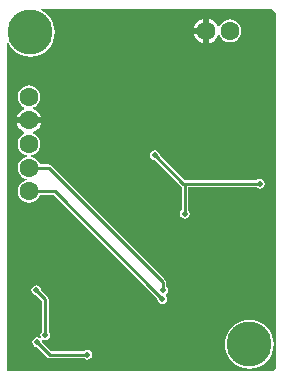
<source format=gbl>
G04 Layer_Physical_Order=2*
G04 Layer_Color=16711680*
%FSAX25Y25*%
%MOIN*%
G70*
G01*
G75*
%ADD25C,0.01000*%
%ADD26C,0.06300*%
%ADD27C,0.15000*%
%ADD28C,0.02000*%
G36*
X0419878Y0376535D02*
Y0257965D01*
X0419035Y0257121D01*
X0330465D01*
X0330121Y0257465D01*
Y0366496D01*
X0330622Y0366621D01*
X0331233Y0365478D01*
X0332245Y0364245D01*
X0333478Y0363232D01*
X0334885Y0362480D01*
X0336412Y0362017D01*
X0338000Y0361861D01*
X0339588Y0362017D01*
X0341115Y0362480D01*
X0342522Y0363232D01*
X0343755Y0364245D01*
X0344767Y0365478D01*
X0345520Y0366885D01*
X0345983Y0368412D01*
X0346139Y0370000D01*
X0345983Y0371588D01*
X0345520Y0373115D01*
X0344767Y0374522D01*
X0343755Y0375755D01*
X0342522Y0376767D01*
X0341379Y0377379D01*
X0341504Y0377878D01*
X0418535D01*
X0419878Y0376535D01*
D02*
G37*
%LPC*%
G36*
X0379500Y0330631D02*
X0378876Y0330507D01*
X0378346Y0330153D01*
X0377993Y0329624D01*
X0377869Y0329000D01*
X0377993Y0328376D01*
X0378346Y0327847D01*
X0378876Y0327493D01*
X0379500Y0327369D01*
X0379538Y0327376D01*
X0388207Y0318707D01*
X0388207Y0318707D01*
X0388379Y0318592D01*
Y0310675D01*
X0388347Y0310653D01*
X0387993Y0310124D01*
X0387869Y0309500D01*
X0387993Y0308876D01*
X0388347Y0308347D01*
X0388876Y0307993D01*
X0389500Y0307869D01*
X0390124Y0307993D01*
X0390653Y0308347D01*
X0391007Y0308876D01*
X0391131Y0309500D01*
X0391007Y0310124D01*
X0390653Y0310653D01*
X0390621Y0310675D01*
Y0318378D01*
X0413325D01*
X0413346Y0318347D01*
X0413876Y0317993D01*
X0414500Y0317869D01*
X0415124Y0317993D01*
X0415654Y0318347D01*
X0416007Y0318876D01*
X0416131Y0319500D01*
X0416007Y0320124D01*
X0415654Y0320654D01*
X0415124Y0321007D01*
X0414500Y0321131D01*
X0413876Y0321007D01*
X0413346Y0320654D01*
X0413325Y0320621D01*
X0389465D01*
X0381124Y0328962D01*
X0381131Y0329000D01*
X0381007Y0329624D01*
X0380654Y0330153D01*
X0380124Y0330507D01*
X0379500Y0330631D01*
D02*
G37*
G36*
X0341554Y0339626D02*
X0337500D01*
X0333446D01*
X0333457Y0339543D01*
X0333875Y0338533D01*
X0334540Y0337666D01*
X0335407Y0337001D01*
X0336030Y0336743D01*
Y0336202D01*
X0335609Y0336028D01*
X0334825Y0335426D01*
X0334224Y0334643D01*
X0333846Y0333731D01*
X0333718Y0332752D01*
X0333846Y0331773D01*
X0334224Y0330861D01*
X0334825Y0330078D01*
X0335609Y0329476D01*
X0336521Y0329099D01*
X0336858Y0329054D01*
Y0328550D01*
X0336521Y0328505D01*
X0335609Y0328128D01*
X0334825Y0327526D01*
X0334224Y0326743D01*
X0333846Y0325831D01*
X0333718Y0324852D01*
X0333846Y0323873D01*
X0334224Y0322961D01*
X0334825Y0322178D01*
X0335609Y0321576D01*
X0336521Y0321199D01*
X0336858Y0321154D01*
Y0320650D01*
X0336521Y0320605D01*
X0335609Y0320228D01*
X0334825Y0319626D01*
X0334224Y0318843D01*
X0333846Y0317931D01*
X0333718Y0316952D01*
X0333846Y0315973D01*
X0334224Y0315061D01*
X0334825Y0314278D01*
X0335609Y0313676D01*
X0336521Y0313299D01*
X0337500Y0313170D01*
X0338479Y0313299D01*
X0339391Y0313676D01*
X0340175Y0314278D01*
X0340776Y0315061D01*
X0341094Y0315830D01*
X0345816D01*
X0380415Y0281231D01*
X0380369Y0281000D01*
X0380493Y0280376D01*
X0380847Y0279847D01*
X0381376Y0279493D01*
X0382000Y0279369D01*
X0382624Y0279493D01*
X0383154Y0279847D01*
X0383507Y0280376D01*
X0383631Y0281000D01*
X0383507Y0281624D01*
X0383154Y0282154D01*
X0383186Y0282733D01*
X0383355Y0282846D01*
X0383709Y0283376D01*
X0383833Y0284000D01*
X0383709Y0284624D01*
X0383355Y0285154D01*
X0383324Y0285175D01*
Y0286798D01*
X0383324Y0286798D01*
X0383238Y0287227D01*
X0382995Y0287591D01*
X0382995Y0287591D01*
X0344941Y0325645D01*
X0344577Y0325888D01*
X0344148Y0325974D01*
X0344148Y0325974D01*
X0341094D01*
X0340776Y0326743D01*
X0340175Y0327526D01*
X0339391Y0328128D01*
X0338479Y0328505D01*
X0338142Y0328550D01*
Y0329054D01*
X0338479Y0329099D01*
X0339391Y0329476D01*
X0340175Y0330078D01*
X0340776Y0330861D01*
X0341154Y0331773D01*
X0341282Y0332752D01*
X0341154Y0333731D01*
X0340776Y0334643D01*
X0340175Y0335426D01*
X0339391Y0336028D01*
X0338970Y0336202D01*
Y0336743D01*
X0339593Y0337001D01*
X0340460Y0337666D01*
X0341125Y0338533D01*
X0341543Y0339543D01*
X0341554Y0339626D01*
D02*
G37*
G36*
X0411000Y0274139D02*
X0409412Y0273983D01*
X0407885Y0273520D01*
X0406478Y0272767D01*
X0405245Y0271755D01*
X0404233Y0270522D01*
X0403480Y0269115D01*
X0403017Y0267588D01*
X0402861Y0266000D01*
X0403017Y0264412D01*
X0403480Y0262885D01*
X0404233Y0261478D01*
X0405245Y0260245D01*
X0406478Y0259232D01*
X0407885Y0258480D01*
X0409412Y0258017D01*
X0411000Y0257861D01*
X0412588Y0258017D01*
X0414115Y0258480D01*
X0415522Y0259232D01*
X0416755Y0260245D01*
X0417767Y0261478D01*
X0418520Y0262885D01*
X0418983Y0264412D01*
X0419139Y0266000D01*
X0418983Y0267588D01*
X0418520Y0269115D01*
X0417767Y0270522D01*
X0416755Y0271755D01*
X0415522Y0272767D01*
X0414115Y0273520D01*
X0412588Y0273983D01*
X0411000Y0274139D01*
D02*
G37*
G36*
X0340000Y0285631D02*
X0339376Y0285507D01*
X0338846Y0285154D01*
X0338493Y0284624D01*
X0338369Y0284000D01*
X0338493Y0283376D01*
X0338846Y0282846D01*
X0339376Y0282493D01*
X0340000Y0282369D01*
X0340038Y0282376D01*
X0341879Y0280535D01*
Y0270175D01*
X0341846Y0270153D01*
X0341493Y0269624D01*
X0341369Y0269000D01*
X0341493Y0268376D01*
X0341517Y0268339D01*
X0341157Y0267978D01*
X0340899Y0268151D01*
X0340275Y0268275D01*
X0339651Y0268151D01*
X0339121Y0267797D01*
X0338768Y0267268D01*
X0338644Y0266643D01*
X0338768Y0266019D01*
X0339121Y0265490D01*
X0339651Y0265136D01*
X0340275Y0265012D01*
X0340313Y0265019D01*
X0343625Y0261707D01*
X0343625Y0261707D01*
X0343989Y0261464D01*
X0344418Y0261378D01*
X0344418Y0261379D01*
X0355825D01*
X0355847Y0261347D01*
X0356376Y0260993D01*
X0357000Y0260869D01*
X0357624Y0260993D01*
X0358154Y0261347D01*
X0358507Y0261876D01*
X0358631Y0262500D01*
X0358507Y0263124D01*
X0358154Y0263653D01*
X0357624Y0264007D01*
X0357000Y0264131D01*
X0356376Y0264007D01*
X0355847Y0263653D01*
X0355825Y0263621D01*
X0344883D01*
X0341899Y0266606D01*
X0341906Y0266643D01*
X0341782Y0267268D01*
X0341757Y0267305D01*
X0342118Y0267665D01*
X0342376Y0267493D01*
X0343000Y0267369D01*
X0343624Y0267493D01*
X0344153Y0267846D01*
X0344507Y0268376D01*
X0344631Y0269000D01*
X0344507Y0269624D01*
X0344153Y0270153D01*
X0344122Y0270175D01*
Y0281000D01*
X0344122Y0281000D01*
X0344036Y0281429D01*
X0343793Y0281793D01*
X0341624Y0283962D01*
X0341631Y0284000D01*
X0341507Y0284624D01*
X0341154Y0285154D01*
X0340624Y0285507D01*
X0340000Y0285631D01*
D02*
G37*
G36*
X0397626Y0374554D02*
Y0370500D01*
Y0366446D01*
X0397709Y0366457D01*
X0398719Y0366875D01*
X0399586Y0367540D01*
X0400251Y0368407D01*
X0400509Y0369030D01*
X0401050D01*
X0401224Y0368609D01*
X0401826Y0367826D01*
X0402609Y0367224D01*
X0403521Y0366846D01*
X0404500Y0366718D01*
X0405479Y0366846D01*
X0406391Y0367224D01*
X0407174Y0367826D01*
X0407776Y0368609D01*
X0408153Y0369521D01*
X0408282Y0370500D01*
X0408153Y0371479D01*
X0407776Y0372391D01*
X0407174Y0373175D01*
X0406391Y0373776D01*
X0405479Y0374153D01*
X0404500Y0374282D01*
X0403521Y0374153D01*
X0402609Y0373776D01*
X0401826Y0373175D01*
X0401224Y0372391D01*
X0401050Y0371970D01*
X0400509D01*
X0400251Y0372593D01*
X0399586Y0373460D01*
X0398719Y0374125D01*
X0397709Y0374543D01*
X0397626Y0374554D01*
D02*
G37*
G36*
X0395626D02*
X0395543Y0374543D01*
X0394533Y0374125D01*
X0393666Y0373460D01*
X0393001Y0372593D01*
X0392583Y0371583D01*
X0392572Y0371500D01*
X0395626D01*
Y0374554D01*
D02*
G37*
G36*
X0337500Y0352282D02*
X0336521Y0352153D01*
X0335609Y0351776D01*
X0334825Y0351174D01*
X0334224Y0350391D01*
X0333846Y0349479D01*
X0333718Y0348500D01*
X0333846Y0347521D01*
X0334224Y0346609D01*
X0334825Y0345826D01*
X0335609Y0345224D01*
X0336030Y0345050D01*
Y0344509D01*
X0335407Y0344251D01*
X0334540Y0343586D01*
X0333875Y0342719D01*
X0333457Y0341709D01*
X0333446Y0341626D01*
X0337500D01*
X0341554D01*
X0341543Y0341709D01*
X0341125Y0342719D01*
X0340460Y0343586D01*
X0339593Y0344251D01*
X0338970Y0344509D01*
Y0345050D01*
X0339391Y0345224D01*
X0340175Y0345826D01*
X0340776Y0346609D01*
X0341154Y0347521D01*
X0341282Y0348500D01*
X0341154Y0349479D01*
X0340776Y0350391D01*
X0340175Y0351174D01*
X0339391Y0351776D01*
X0338479Y0352153D01*
X0337500Y0352282D01*
D02*
G37*
G36*
X0395626Y0369500D02*
X0392572D01*
X0392583Y0369417D01*
X0393001Y0368407D01*
X0393666Y0367540D01*
X0394533Y0366875D01*
X0395543Y0366457D01*
X0395626Y0366446D01*
Y0369500D01*
D02*
G37*
%LPD*%
D25*
X0340000Y0284000D02*
X0343000Y0281000D01*
Y0269000D02*
Y0281000D01*
X0340275Y0266643D02*
X0344418Y0262500D01*
X0357000D01*
X0346280Y0316952D02*
X0381332Y0281900D01*
X0381600D01*
X0382202Y0284000D02*
Y0286798D01*
X0381600Y0281900D02*
X0382000Y0281500D01*
Y0281000D02*
Y0281500D01*
X0389500Y0309500D02*
Y0319000D01*
X0389000Y0319500D02*
X0414500D01*
X0379500Y0329000D02*
X0389000Y0319500D01*
X0337500Y0324852D02*
X0344148D01*
X0337500Y0316952D02*
X0346280D01*
X0344148Y0324852D02*
X0382202Y0286798D01*
D26*
X0396626Y0370500D02*
D03*
X0404500D02*
D03*
X0337500Y0316952D02*
D03*
Y0324852D02*
D03*
Y0332752D02*
D03*
Y0340626D02*
D03*
Y0348500D02*
D03*
D27*
X0411000Y0266000D02*
D03*
X0338000Y0370000D02*
D03*
D28*
X0340000Y0284000D02*
D03*
X0343000Y0269000D02*
D03*
X0340275Y0266643D02*
D03*
X0357000Y0262500D02*
D03*
X0382202Y0284000D02*
D03*
X0382000Y0281000D02*
D03*
X0389500Y0309500D02*
D03*
X0379500Y0329000D02*
D03*
X0414500Y0319500D02*
D03*
X0347500Y0268000D02*
D03*
X0349500D02*
D03*
X0347500Y0265500D02*
D03*
X0349500D02*
D03*
X0346000Y0277000D02*
D03*
Y0274500D02*
D03*
X0336992Y0261000D02*
D03*
X0402760Y0281661D02*
D03*
X0364500Y0329500D02*
D03*
X0369500D02*
D03*
Y0324500D02*
D03*
X0364500D02*
D03*
Y0319500D02*
D03*
X0369500D02*
D03*
Y0314500D02*
D03*
X0364500D02*
D03*
Y0309500D02*
D03*
X0369500D02*
D03*
X0374500D02*
D03*
Y0314500D02*
D03*
Y0319500D02*
D03*
Y0324500D02*
D03*
X0379500D02*
D03*
Y0319500D02*
D03*
Y0314500D02*
D03*
Y0309500D02*
D03*
X0384000D02*
D03*
X0384500Y0314500D02*
D03*
Y0319500D02*
D03*
Y0329500D02*
D03*
X0389500D02*
D03*
Y0334500D02*
D03*
Y0339500D02*
D03*
X0384500D02*
D03*
Y0334500D02*
D03*
X0389500Y0324500D02*
D03*
X0394500Y0314500D02*
D03*
Y0324500D02*
D03*
X0399500D02*
D03*
Y0314500D02*
D03*
X0404500D02*
D03*
X0409500Y0324500D02*
D03*
X0414500D02*
D03*
X0404500D02*
D03*
X0409500Y0314500D02*
D03*
X0414500Y0309500D02*
D03*
X0394500D02*
D03*
X0383012Y0351000D02*
D03*
X0389988D02*
D03*
X0385500Y0361500D02*
D03*
X0391500Y0366500D02*
D03*
Y0362000D02*
D03*
X0397000D02*
D03*
X0391500Y0371000D02*
D03*
X0344500Y0341500D02*
D03*
Y0338000D02*
D03*
Y0334500D02*
D03*
Y0331000D02*
D03*
X0354000Y0329366D02*
D03*
X0374000Y0274000D02*
D03*
X0378000D02*
D03*
X0382000D02*
D03*
X0386000D02*
D03*
X0390000D02*
D03*
X0394000D02*
D03*
X0398000D02*
D03*
Y0270000D02*
D03*
X0394000D02*
D03*
X0390000D02*
D03*
X0386000D02*
D03*
X0382000D02*
D03*
X0378000D02*
D03*
X0374000D02*
D03*
X0398000Y0266000D02*
D03*
X0394000D02*
D03*
X0390000D02*
D03*
X0386000D02*
D03*
X0382000D02*
D03*
X0378000D02*
D03*
X0374000D02*
D03*
X0398000Y0262000D02*
D03*
X0394000D02*
D03*
X0390000D02*
D03*
X0386000D02*
D03*
X0382000D02*
D03*
X0378000D02*
D03*
X0374000D02*
D03*
X0353000Y0360000D02*
D03*
X0357000D02*
D03*
X0361000D02*
D03*
X0365000D02*
D03*
X0369000D02*
D03*
X0373000D02*
D03*
X0377000D02*
D03*
Y0364000D02*
D03*
X0373000D02*
D03*
X0369000D02*
D03*
X0365000D02*
D03*
X0361000D02*
D03*
X0357000D02*
D03*
X0353000D02*
D03*
X0361100Y0293700D02*
D03*
Y0291500D02*
D03*
X0364100D02*
D03*
X0368300D02*
D03*
M02*

</source>
